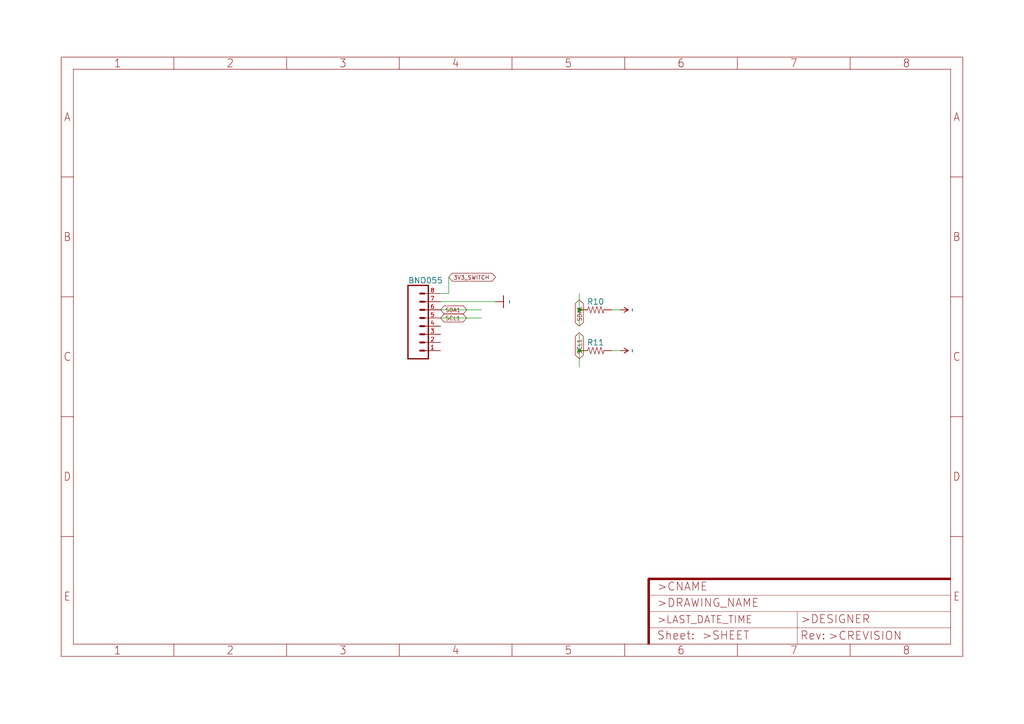
<source format=kicad_sch>
(kicad_sch (version 20211123) (generator eeschema)
  (paper "User" 318.77 225.501)
  (lib_symbols
    (symbol "layer3-eagle-import:3.3V" (power)
      (property "Value" "3.3V" (at 0 2.794 0))
      (symbol "3.3V_1_0"
        (polyline (pts (xy 0 2.54) (xy -0.762 1.27)) (stroke (width 0.254)))
        (polyline (pts (xy 0.762 1.27) (xy 0 2.54)) (stroke (width 0.254)))
        (pin power_in line (at 0 0 90) (length 2.54) (name "3.3V") (number "1"))
      )
    )
    (symbol "layer3-eagle-import:4.7KOHM-0603-1{slash}10W-1%"
      (property "Reference" "R" (at 0 1.524 0))
      (property "Value" "4.7KOHM-0603-1{slash}10W-1%" (at 0 -1.524 0))
      (symbol "4.7KOHM-0603-1{slash}10W-1%_1_0"
        (polyline (pts (xy -2.54 0) (xy -2.159 1.016)) (stroke (width 0.1524)))
        (polyline (pts (xy -2.159 1.016) (xy -1.524 -1.016)) (stroke (width 0.1524)))
        (polyline (pts (xy -1.524 -1.016) (xy -0.889 1.016)) (stroke (width 0.1524)))
        (polyline (pts (xy -0.889 1.016) (xy -0.254 -1.016)) (stroke (width 0.1524)))
        (polyline (pts (xy -0.254 -1.016) (xy 0.381 1.016)) (stroke (width 0.1524)))
        (polyline (pts (xy 0.381 1.016) (xy 1.016 -1.016)) (stroke (width 0.1524)))
        (polyline (pts (xy 1.016 -1.016) (xy 1.651 1.016)) (stroke (width 0.1524)))
        (polyline (pts (xy 1.651 1.016) (xy 2.286 -1.016)) (stroke (width 0.1524)))
        (polyline (pts (xy 2.286 -1.016) (xy 2.54 0)) (stroke (width 0.1524)))
        (pin passive line (at -5.08 0 0) (length 2.54) (name "1") (number "1"))
        (pin passive line (at 5.08 0 180) (length 2.54) (name "2") (number "2"))
      )
    )
    (symbol "layer3-eagle-import:CONN_08LOCK"
      (property "Reference" "J" (at -5.08 13.208 0))
      (property "Value" "CONN_08LOCK" (at -5.08 -12.446 0))
      (symbol "CONN_08LOCK_1_0"
        (polyline (pts (xy -5.08 12.7) (xy -5.08 -10.16)) (stroke (width 0.4064)))
        (polyline (pts (xy -5.08 12.7) (xy 1.27 12.7)) (stroke (width 0.4064)))
        (polyline (pts (xy -1.27 -7.62) (xy 0 -7.62)) (stroke (width 0.6096)))
        (polyline (pts (xy -1.27 -5.08) (xy 0 -5.08)) (stroke (width 0.6096)))
        (polyline (pts (xy -1.27 -2.54) (xy 0 -2.54)) (stroke (width 0.6096)))
        (polyline (pts (xy -1.27 0) (xy 0 0)) (stroke (width 0.6096)))
        (polyline (pts (xy -1.27 2.54) (xy 0 2.54)) (stroke (width 0.6096)))
        (polyline (pts (xy -1.27 5.08) (xy 0 5.08)) (stroke (width 0.6096)))
        (polyline (pts (xy -1.27 7.62) (xy 0 7.62)) (stroke (width 0.6096)))
        (polyline (pts (xy -1.27 10.16) (xy 0 10.16)) (stroke (width 0.6096)))
        (polyline (pts (xy 1.27 -10.16) (xy -5.08 -10.16)) (stroke (width 0.4064)))
        (polyline (pts (xy 1.27 -10.16) (xy 1.27 12.7)) (stroke (width 0.4064)))
        (pin passive line (at 5.08 -7.62 180) (length 5.08) (name "1") (number "1"))
        (pin passive line (at 5.08 -5.08 180) (length 5.08) (name "2") (number "2"))
        (pin passive line (at 5.08 -2.54 180) (length 5.08) (name "3") (number "3"))
        (pin passive line (at 5.08 0 180) (length 5.08) (name "4") (number "4"))
        (pin passive line (at 5.08 2.54 180) (length 5.08) (name "5") (number "5"))
        (pin passive line (at 5.08 5.08 180) (length 5.08) (name "6") (number "6"))
        (pin passive line (at 5.08 7.62 180) (length 5.08) (name "7") (number "7"))
        (pin passive line (at 5.08 10.16 180) (length 5.08) (name "8") (number "8"))
      )
    )
    (symbol "layer3-eagle-import:FRAME-A4L"
      (symbol "FRAME-A4L_0_0"
        (polyline (pts (xy -3.81 33.528) (xy 0 33.528)))
        (polyline (pts (xy -3.81 70.866) (xy 0 70.866)))
        (polyline (pts (xy -3.81 108.204) (xy 0 108.204)))
        (polyline (pts (xy -3.81 145.542) (xy 0 145.542)))
        (polyline (pts (xy 0 0) (xy 0 179.07)))
        (polyline (pts (xy 31.2738 -3.81) (xy 31.2738 0)))
        (polyline (pts (xy 31.2738 179.07) (xy 31.2738 182.88)))
        (polyline (pts (xy 66.3575 -3.81) (xy 66.3575 0)))
        (polyline (pts (xy 66.3575 179.07) (xy 66.3575 182.88)))
        (polyline (pts (xy 101.4413 -3.81) (xy 101.4413 0)))
        (polyline (pts (xy 101.4413 179.07) (xy 101.4413 182.88)))
        (polyline (pts (xy 136.525 -3.81) (xy 136.525 0)))
        (polyline (pts (xy 136.525 179.07) (xy 136.525 182.88)))
        (polyline (pts (xy 171.6088 -3.81) (xy 171.6088 0)))
        (polyline (pts (xy 171.6088 179.07) (xy 171.6088 182.88)))
        (polyline (pts (xy 206.6925 -3.81) (xy 206.6925 0)))
        (polyline (pts (xy 206.6925 179.07) (xy 206.6925 182.88)))
        (polyline (pts (xy 241.7763 -3.81) (xy 241.7763 0)))
        (polyline (pts (xy 241.7763 179.07) (xy 241.7763 182.88)))
        (polyline (pts (xy 273.05 0) (xy 0 0)))
        (polyline (pts (xy 273.05 0) (xy 273.05 179.07)))
        (polyline (pts (xy 273.05 33.528) (xy 276.86 33.528)))
        (polyline (pts (xy 273.05 70.866) (xy 276.86 70.866)))
        (polyline (pts (xy 273.05 108.204) (xy 276.86 108.204)))
        (polyline (pts (xy 273.05 145.542) (xy 276.86 145.542)))
        (polyline (pts (xy 273.05 179.07) (xy 0 179.07)))
        (polyline (pts (xy -3.81 -3.81) (xy 276.86 -3.81) (xy 276.86 182.88) (xy -3.81 182.88) (xy -3.81 -3.81)))
        (text "1" (at 13.7319 -1.905 0) (effects (font (size 2.54 2.286))))
        (text "1" (at 13.7319 180.975 0) (effects (font (size 2.54 2.286))))
        (text "2" (at 48.8156 -1.905 0) (effects (font (size 2.54 2.286))))
        (text "2" (at 48.8156 180.975 0) (effects (font (size 2.54 2.286))))
        (text "3" (at 83.8994 -1.905 0) (effects (font (size 2.54 2.286))))
        (text "3" (at 83.8994 180.975 0) (effects (font (size 2.54 2.286))))
        (text "4" (at 118.9831 -1.905 0) (effects (font (size 2.54 2.286))))
        (text "4" (at 118.9831 180.975 0) (effects (font (size 2.54 2.286))))
        (text "5" (at 154.0669 -1.905 0) (effects (font (size 2.54 2.286))))
        (text "5" (at 154.0669 180.975 0) (effects (font (size 2.54 2.286))))
        (text "6" (at 189.1506 -1.905 0) (effects (font (size 2.54 2.286))))
        (text "6" (at 189.1506 180.975 0) (effects (font (size 2.54 2.286))))
        (text "7" (at 224.2344 -1.905 0) (effects (font (size 2.54 2.286))))
        (text "7" (at 224.2344 180.975 0) (effects (font (size 2.54 2.286))))
        (text "8" (at 259.3181 -1.905 0) (effects (font (size 2.54 2.286))))
        (text "8" (at 259.3181 180.975 0) (effects (font (size 2.54 2.286))))
        (text "A" (at -1.905 164.211 0) (effects (font (size 2.54 2.286))))
        (text "A" (at 274.955 164.211 0) (effects (font (size 2.54 2.286))))
        (text "B" (at -1.905 126.873 0) (effects (font (size 2.54 2.286))))
        (text "B" (at 274.955 126.873 0) (effects (font (size 2.54 2.286))))
        (text "C" (at -1.905 89.535 0) (effects (font (size 2.54 2.286))))
        (text "C" (at 274.955 89.535 0) (effects (font (size 2.54 2.286))))
        (text "D" (at -1.905 52.197 0) (effects (font (size 2.54 2.286))))
        (text "D" (at 274.955 52.197 0) (effects (font (size 2.54 2.286))))
        (text "E" (at -1.905 14.859 0) (effects (font (size 2.54 2.286))))
        (text "E" (at 274.955 14.859 0) (effects (font (size 2.54 2.286))))
      )
      (symbol "FRAME-A4L_1_0"
        (polyline (pts (xy 179.07 10.16) (xy 225.29 10.16)) (stroke (width 0.1016)))
        (polyline (pts (xy 179.07 15.24) (xy 273.05 15.24)) (stroke (width 0.1016)))
        (polyline (pts (xy 179.07 19.05) (xy 179.07 20.32)) (stroke (width 0.6096)))
        (polyline (pts (xy 179.07 20.32) (xy 180.34 20.32)) (stroke (width 0.6096)))
        (polyline (pts (xy 225.29 -0.1) (xy 225.29 5.08)) (stroke (width 0.1016)))
        (polyline (pts (xy 225.29 5.08) (xy 179.07 5.08)) (stroke (width 0.1016)))
        (polyline (pts (xy 225.29 5.08) (xy 225.29 10.16)) (stroke (width 0.1016)))
        (polyline (pts (xy 225.29 5.08) (xy 273.05 5.08)) (stroke (width 0.1016)))
        (polyline (pts (xy 225.29 10.16) (xy 273.05 10.16)) (stroke (width 0.1016)))
        (rectangle (start 178.7652 0) (end 179.3748 20.32) (fill (type outline)))
        (rectangle (start 179.07 20.6248) (end 273.05 20.0152) (fill (type outline)))
        (text ">CNAME" (at 181.61 16.51 0) (effects (font (size 2.54 2.54)) (justify left bottom)))
        (text ">CREVISION" (at 234.92 1.17 0) (effects (font (size 2.54 2.54)) (justify left bottom)))
        (text ">DESIGNER" (at 226.26 6.35 0) (effects (font (size 2.54 2.54)) (justify left bottom)))
        (text ">DRAWING_NAME" (at 181.61 11.43 0) (effects (font (size 2.54 2.54)) (justify left bottom)))
        (text ">LAST_DATE_TIME" (at 181.61 6.35 0) (effects (font (size 2.286 2.286)) (justify left bottom)))
        (text ">SHEET" (at 195.58 1.27 0) (effects (font (size 2.54 2.54)) (justify left bottom)))
        (text "Rev:" (at 226.16 1.27 0) (effects (font (size 2.54 2.54)) (justify left bottom)))
        (text "Sheet:" (at 181.61 1.27 0) (effects (font (size 2.54 2.54)) (justify left bottom)))
      )
    )
    (symbol "layer3-eagle-import:GND" (power)
      (property "Value" "GND" (at 0 -0.254 0))
      (symbol "GND_1_0"
        (polyline (pts (xy -1.905 0) (xy 1.905 0)) (stroke (width 0.254)))
        (pin power_in line (at 0 2.54 270) (length 2.54) (name "GND") (number "1"))
      )
    )
  )
  (junction (at 180.34 109.22))
  (junction (at 180.34 96.52))
  (wire (pts (xy 137.16 91.44) (xy 139.7 91.44)))
  (wire (pts (xy 180.34 109.22) (xy 180.34 104.14)))
  (wire (pts (xy 180.34 96.52) (xy 180.34 101.6)))
  (wire (pts (xy 190.5 109.22) (xy 193.04 109.22)))
  (wire (pts (xy 137.16 99.06) (xy 149.86 99.06)))
  (wire (pts (xy 139.7 91.44) (xy 139.7 86.36)))
  (wire (pts (xy 180.34 109.22) (xy 180.34 114.3)))
  (wire (pts (xy 180.34 96.52) (xy 180.34 91.44)))
  (wire (pts (xy 137.16 96.52) (xy 149.86 96.52)))
  (wire (pts (xy 190.5 96.52) (xy 193.04 96.52)))
  (wire (pts (xy 137.16 93.98) (xy 154.178 93.98)))
  (global_label "SDA1" (shape bidirectional) (at 137.16 96.52 0) (effects (font (size 1.2446 1.2446))) (property "Intersheet References" "${INTERSHEET_REFS}" (effects hide)))
  (global_label "SCL1" (shape bidirectional) (at 137.16 99.06 0) (effects (font (size 1.2446 1.2446))) (property "Intersheet References" "${INTERSHEET_REFS}" (effects hide)))
  (global_label "SCL1" (shape bidirectional) (at 180.34 111.76 90) (effects (font (size 1.2446 1.2446))) (property "Intersheet References" "${INTERSHEET_REFS}" (effects hide)))
  (global_label "SDA1" (shape bidirectional) (at 180.34 101.6 90) (effects (font (size 1.2446 1.2446))) (property "Intersheet References" "${INTERSHEET_REFS}" (effects hide)))
  (global_label "3V3_SWITCH" (shape bidirectional) (at 139.7 86.36 0) (effects (font (size 1.2446 1.2446))) (property "Intersheet References" "${INTERSHEET_REFS}" (effects hide)))
  (symbol (lib_id "layer3-eagle-import:4.7KOHM-0603-1{slash}10W-1%") (at 185.42 96.52 0) (unit 1)
    (property "Reference" "R10" (at 185.42 94.996 0) (effects (font (size 1.778 1.778)) (justify bottom)))
  )
  (symbol (lib_id "layer3-eagle-import:FRAME-A4L") (at 22.86 200.66 0) (unit 1)
    (property "Reference" "#FRAME7" (effects hide))
  )
  (symbol (lib_id "layer3-eagle-import:4.7KOHM-0603-1{slash}10W-1%") (at 185.42 109.22 0) (unit 1)
    (property "Reference" "R11" (at 185.42 107.696 0) (effects (font (size 1.778 1.778)) (justify bottom)))
  )
  (symbol (lib_id "layer3-eagle-import:CONN_08LOCK") (at 132.08 101.6 0) (unit 1)
    (property "Reference" "BNO055" (at 127 88.392 0) (effects (font (size 1.778 1.778)) (justify left bottom)))
  )
  (symbol (lib_id "layer3-eagle-import:3.3V") (at 193.04 109.22 270) (unit 1)
    (property "Reference" "#SUPPLY5" (effects hide))
  )
  (symbol (lib_id "layer3-eagle-import:GND") (at 156.718 93.98 90) (unit 1)
    (property "Reference" "#GND34" (effects hide))
  )
  (symbol (lib_id "layer3-eagle-import:3.3V") (at 193.04 96.52 270) (unit 1)
    (property "Reference" "#SUPPLY4" (effects hide))
  )
)
</source>
